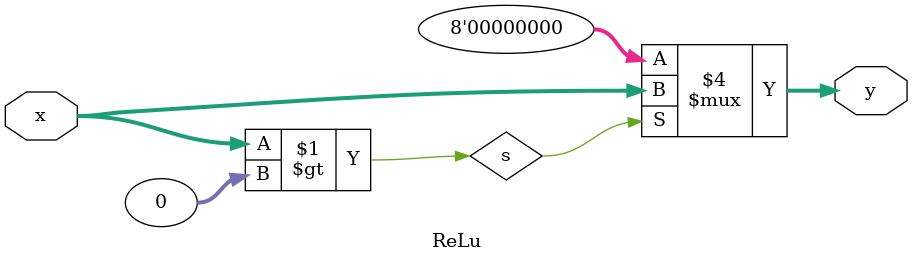
<source format=v>

`timescale 1ns / 1ps

module ReLu (x ,y);
	
	parameter N = 8;
	
	input signed [N-1:0] x;
	output reg [N-1:0] y;
	
	wire s = (x > 0);
	
	always@(*)
	begin
		if (s)
			y = x;
		else
			y = 0;
	end
	
endmodule


</source>
